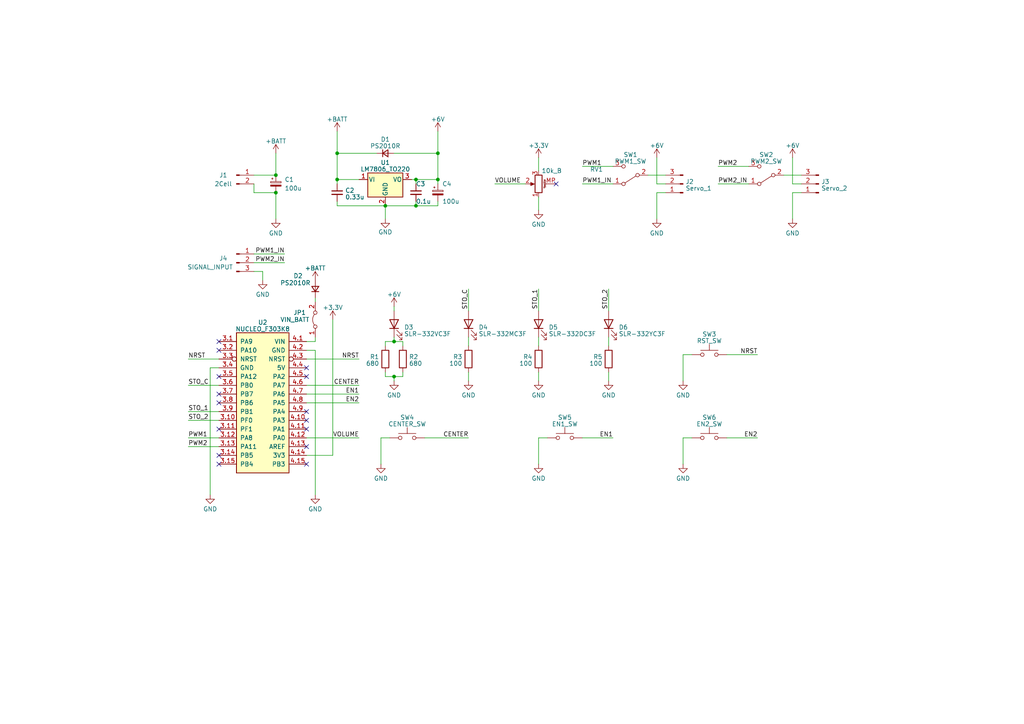
<source format=kicad_sch>
(kicad_sch (version 20230121) (generator eeschema)
  (paper "A4")
  (title_block (title "Servo Driver") (date "2023-06-17") (rev "1.0") (company "NIT,Okinawa College") (comment 1 "Produced by Shogo Miyazato"))
  (lib_symbols
    (symbol "Connector:Conn_01x02_Pin" (pin_names (offset 1.016) hide)
      (property "Reference" "J" (at 0 2.54 0))
      (property "Value" "Conn_01x02_Pin" (at 0 -5.08 0))
      (symbol "Conn_01x02_Pin_1_1"
        (polyline (pts (xy 1.27 -2.54) (xy 0.8636 -2.54)) (stroke (width 0.1524)))
        (polyline (pts (xy 1.27 0) (xy 0.8636 0)) (stroke (width 0.1524)))
        (rectangle (start 0.8636 -2.413) (end 0 -2.667) (stroke (width 0.1524)) (fill (type outline)))
        (rectangle (start 0.8636 0.127) (end 0 -0.127) (stroke (width 0.1524)) (fill (type outline)))
        (pin passive line (at 5.08 0 180) (length 3.81) (name "Pin_1") (number "1"))
        (pin passive line (at 5.08 -2.54 180) (length 3.81) (name "Pin_2") (number "2"))
      )
    )
    (symbol "Connector:Conn_01x03_Pin" (pin_names (offset 1.016) hide)
      (property "Reference" "J" (at 0 5.08 0))
      (property "Value" "Conn_01x03_Pin" (at 0 -5.08 0))
      (symbol "Conn_01x03_Pin_1_1"
        (polyline (pts (xy 1.27 -2.54) (xy 0.8636 -2.54)) (stroke (width 0.1524)))
        (polyline (pts (xy 1.27 0) (xy 0.8636 0)) (stroke (width 0.1524)))
        (polyline (pts (xy 1.27 2.54) (xy 0.8636 2.54)) (stroke (width 0.1524)))
        (rectangle (start 0.8636 -2.413) (end 0 -2.667) (stroke (width 0.1524)) (fill (type outline)))
        (rectangle (start 0.8636 0.127) (end 0 -0.127) (stroke (width 0.1524)) (fill (type outline)))
        (rectangle (start 0.8636 2.667) (end 0 2.413) (stroke (width 0.1524)) (fill (type outline)))
        (pin passive line (at 5.08 2.54 180) (length 3.81) (name "Pin_1") (number "1"))
        (pin passive line (at 5.08 0 180) (length 3.81) (name "Pin_2") (number "2"))
        (pin passive line (at 5.08 -2.54 180) (length 3.81) (name "Pin_3") (number "3"))
      )
    )
    (symbol "Device:C_Polarized_Small" (pin_numbers hide) (pin_names (offset 0.254) hide)
      (property "Reference" "C" (at 0.254 1.778 0))
      (property "Value" "C_Polarized_Small" (at 0.254 -2.032 0))
      (symbol "C_Polarized_Small_0_1"
        (rectangle (start -1.524 -0.3048) (end 1.524 -0.6858) (fill (type outline)))
        (rectangle (start -1.524 0.6858) (end 1.524 0.3048))
        (polyline (pts (xy -1.27 1.524) (xy -0.762 1.524)))
        (polyline (pts (xy -1.016 1.27) (xy -1.016 1.778)))
      )
      (symbol "C_Polarized_Small_1_1"
        (pin passive line (at 0 2.54 270) (length 1.8542) (name "~") (number "1"))
        (pin passive line (at 0 -2.54 90) (length 1.8542) (name "~") (number "2"))
      )
    )
    (symbol "Device:C_Small" (pin_numbers hide) (pin_names (offset 0.254) hide)
      (property "Reference" "C" (at 0.254 1.778 0))
      (property "Value" "C_Small" (at 0.254 -2.032 0))
      (symbol "C_Small_0_1"
        (polyline (pts (xy -1.524 -0.508) (xy 1.524 -0.508)) (stroke (width 0.3302)))
        (polyline (pts (xy -1.524 0.508) (xy 1.524 0.508)) (stroke (width 0.3048)))
      )
      (symbol "C_Small_1_1"
        (pin passive line (at 0 2.54 270) (length 2.032) (name "~") (number "1"))
        (pin passive line (at 0 -2.54 90) (length 2.032) (name "~") (number "2"))
      )
    )
    (symbol "Device:D_Small" (pin_numbers hide) (pin_names (offset 0.254) hide)
      (property "Reference" "D" (at -1.27 2.032 0))
      (property "Value" "D_Small" (at -3.81 -2.032 0))
      (symbol "D_Small_0_1"
        (polyline (pts (xy -0.762 -1.016) (xy -0.762 1.016)) (stroke (width 0.254)))
        (polyline (pts (xy -0.762 0) (xy 0.762 0)))
        (polyline (pts (xy 0.762 -1.016) (xy -0.762 0) (xy 0.762 1.016) (xy 0.762 -1.016)) (stroke (width 0.254)))
      )
      (symbol "D_Small_1_1"
        (pin passive line (at -2.54 0 0) (length 1.778) (name "K") (number "1"))
        (pin passive line (at 2.54 0 180) (length 1.778) (name "A") (number "2"))
      )
    )
    (symbol "Device:LED" (pin_numbers hide) (pin_names (offset 1.016) hide)
      (property "Reference" "D" (at 0 2.54 0))
      (property "Value" "LED" (at 0 -2.54 0))
      (symbol "LED_0_1"
        (polyline (pts (xy -1.27 -1.27) (xy -1.27 1.27)) (stroke (width 0.254)))
        (polyline (pts (xy -1.27 0) (xy 1.27 0)))
        (polyline (pts (xy 1.27 -1.27) (xy 1.27 1.27) (xy -1.27 0) (xy 1.27 -1.27)) (stroke (width 0.254)))
        (polyline (pts (xy -3.048 -0.762) (xy -4.572 -2.286) (xy -3.81 -2.286) (xy -4.572 -2.286) (xy -4.572 -1.524)))
        (polyline (pts (xy -1.778 -0.762) (xy -3.302 -2.286) (xy -2.54 -2.286) (xy -3.302 -2.286) (xy -3.302 -1.524)))
      )
      (symbol "LED_1_1"
        (pin passive line (at -3.81 0 0) (length 2.54) (name "K") (number "1"))
        (pin passive line (at 3.81 0 180) (length 2.54) (name "A") (number "2"))
      )
    )
    (symbol "Device:R" (pin_numbers hide) (pin_names (offset 0))
      (property "Reference" "R" (at 2.032 0 90))
      (property "Value" "R" (at 0 0 90))
      (symbol "R_0_1"
        (rectangle (start -1.016 -2.54) (end 1.016 2.54) (stroke (width 0.254)))
      )
      (symbol "R_1_1"
        (pin passive line (at 0 3.81 270) (length 1.27) (name "~") (number "1"))
        (pin passive line (at 0 -3.81 90) (length 1.27) (name "~") (number "2"))
      )
    )
    (symbol "Device:R_Potentiometer_MountingPin" (pin_names (offset 1.016) hide)
      (property "Reference" "RV" (at -8.255 0 90))
      (property "Value" "R_Potentiometer_MountingPin" (at -6.35 0 90))
      (symbol "R_Potentiometer_MountingPin_0_1"
        (polyline (pts (xy 2.54 0) (xy 1.524 0)))
        (polyline (pts (xy 1.143 0) (xy 2.286 0.508) (xy 2.286 -0.508)) (fill (type outline)))
        (rectangle (start 1.016 2.54) (end -1.016 -2.54) (stroke (width 0.254)))
      )
      (symbol "R_Potentiometer_MountingPin_1_1"
        (polyline (pts (xy -2.032 1.016) (xy -2.032 -1.016)) (stroke (width 0.1524)))
        (text "Mounting" (at -1.651 0 900) (effects (font (size 0.381 0.381))))
        (pin passive line (at 0 3.81 270) (length 1.27) (name "1") (number "1"))
        (pin passive line (at 3.81 0 180) (length 1.27) (name "2") (number "2"))
        (pin passive line (at 0 -3.81 90) (length 1.27) (name "3") (number "3"))
        (pin passive line (at -5.08 0 0) (length 3.048) (name "MountPin") (number "MP"))
      )
    )
    (symbol "Jumper:Jumper_2_Bridged" (pin_names (offset 0) hide)
      (property "Reference" "JP" (at 0 1.905 0))
      (property "Value" "Jumper_2_Bridged" (at 0 -2.54 0))
      (symbol "Jumper_2_Bridged_0_0"
        (circle (center -2.032 0) (radius 0.508))
        (circle (center 2.032 0) (radius 0.508))
      )
      (symbol "Jumper_2_Bridged_0_1"
        (arc (start 1.524 0.254) (mid 0 0.762) (end -1.524 0.254))
      )
      (symbol "Jumper_2_Bridged_1_1"
        (pin passive line (at -5.08 0 0) (length 2.54) (name "A") (number "1"))
        (pin passive line (at 5.08 0 180) (length 2.54) (name "B") (number "2"))
      )
    )
    (symbol "NUCLEO:NUCLEO_F303K8" (pin_names (offset 1.016))
      (property "Reference" "U" (at 0 21.59 0))
      (property "Value" "NUCLEO_F303K8" (at 0 -21.59 0))
      (symbol "NUCLEO_F303K8_1_1"
        (rectangle (start -7.62 20.32) (end 7.62 -20.32) (stroke (width 0.254)) (fill (type background)))
        (pin bidirectional line (at -12.7 17.78 0) (length 5.08) (name "PA9") (number "3.1"))
        (pin bidirectional line (at -12.7 -5.08 0) (length 5.08) (name "PF0") (number "3.10"))
        (pin bidirectional line (at -12.7 -7.62 0) (length 5.08) (name "PF1") (number "3.11"))
        (pin bidirectional line (at -12.7 -10.16 0) (length 5.08) (name "PA8") (number "3.12"))
        (pin bidirectional line (at -12.7 -12.7 0) (length 5.08) (name "PA11~{}") (number "3.13"))
        (pin bidirectional line (at -12.7 -15.24 0) (length 5.08) (name "PB5") (number "3.14"))
        (pin bidirectional line (at -12.7 -17.78 0) (length 5.08) (name "PB4") (number "3.15"))
        (pin bidirectional line (at -12.7 15.24 0) (length 5.08) (name "PA10") (number "3.2"))
        (pin input inverted (at -12.7 12.7 0) (length 5.08) (name "NRST") (number "3.3"))
        (pin power_in line (at -12.7 10.16 0) (length 5.08) (name "GND") (number "3.4"))
        (pin bidirectional line (at -12.7 7.62 0) (length 5.08) (name "PA12") (number "3.5"))
        (pin bidirectional line (at -12.7 5.08 0) (length 5.08) (name "PB0") (number "3.6"))
        (pin bidirectional line (at -12.7 2.54 0) (length 5.08) (name "PB7") (number "3.7"))
        (pin bidirectional line (at -12.7 0 0) (length 5.08) (name "PB6") (number "3.8"))
        (pin bidirectional line (at -12.7 -2.54 0) (length 5.08) (name "PB1") (number "3.9"))
        (pin power_in line (at 12.7 17.78 180) (length 5.08) (name "VIN") (number "4.1"))
        (pin bidirectional line (at 12.7 -5.08 180) (length 5.08) (name "PA3") (number "4.10"))
        (pin bidirectional line (at 12.7 -7.62 180) (length 5.08) (name "PA1") (number "4.11"))
        (pin bidirectional line (at 12.7 -10.16 180) (length 5.08) (name "PA0") (number "4.12"))
        (pin input line (at 12.7 -12.7 180) (length 5.08) (name "AREF") (number "4.13"))
        (pin power_out line (at 12.7 -15.24 180) (length 5.08) (name "3V3") (number "4.14"))
        (pin bidirectional line (at 12.7 -17.78 180) (length 5.08) (name "PB3") (number "4.15"))
        (pin power_in line (at 12.7 15.24 180) (length 5.08) (name "GND") (number "4.2"))
        (pin input inverted (at 12.7 12.7 180) (length 5.08) (name "NRST") (number "4.3"))
        (pin power_out line (at 12.7 10.16 180) (length 5.08) (name "5V") (number "4.4"))
        (pin bidirectional line (at 12.7 7.62 180) (length 5.08) (name "PA2") (number "4.5"))
        (pin bidirectional line (at 12.7 5.08 180) (length 5.08) (name "PA7") (number "4.6"))
        (pin bidirectional line (at 12.7 2.54 180) (length 5.08) (name "PA6") (number "4.7"))
        (pin bidirectional line (at 12.7 0 180) (length 5.08) (name "PA5") (number "4.8"))
        (pin bidirectional line (at 12.7 -2.54 180) (length 5.08) (name "PA4") (number "4.9"))
      )
    )
    (symbol "Regulator_Linear:LM7806_TO220" (pin_names (offset 0.254))
      (property "Reference" "U" (at -3.81 3.175 0))
      (property "Value" "LM7806_TO220" (at 0 3.175 0))
      (symbol "LM7806_TO220_0_1"
        (rectangle (start -5.08 1.905) (end 5.08 -5.08) (stroke (width 0.254)) (fill (type background)))
      )
      (symbol "LM7806_TO220_1_1"
        (pin power_in line (at -7.62 0 0) (length 2.54) (name "VI") (number "1"))
        (pin power_in line (at 0 -7.62 90) (length 2.54) (name "GND") (number "2"))
        (pin power_out line (at 7.62 0 180) (length 2.54) (name "VO") (number "3"))
      )
    )
    (symbol "Switch:SW_Push" (pin_numbers hide) (pin_names (offset 1.016) hide)
      (property "Reference" "SW" (at 1.27 2.54 0))
      (property "Value" "SW_Push" (at 0 -1.524 0))
      (symbol "SW_Push_0_1"
        (circle (center -2.032 0) (radius 0.508))
        (polyline (pts (xy 0 1.27) (xy 0 3.048)))
        (polyline (pts (xy 2.54 1.27) (xy -2.54 1.27)))
        (circle (center 2.032 0) (radius 0.508))
        (pin passive line (at -5.08 0 0) (length 2.54) (name "1") (number "1"))
        (pin passive line (at 5.08 0 180) (length 2.54) (name "2") (number "2"))
      )
    )
    (symbol "Switch:SW_SPDT" (pin_names (offset 0) hide)
      (property "Reference" "SW" (at 0 4.318 0))
      (property "Value" "SW_SPDT" (at 0 -5.08 0))
      (symbol "SW_SPDT_0_0"
        (circle (center -2.032 0) (radius 0.508))
        (circle (center 2.032 -2.54) (radius 0.508))
      )
      (symbol "SW_SPDT_0_1"
        (polyline (pts (xy -1.524 0.254) (xy 1.651 2.286)))
        (circle (center 2.032 2.54) (radius 0.508))
      )
      (symbol "SW_SPDT_1_1"
        (pin passive line (at 5.08 2.54 180) (length 2.54) (name "A") (number "1"))
        (pin passive line (at -5.08 0 0) (length 2.54) (name "B") (number "2"))
        (pin passive line (at 5.08 -2.54 180) (length 2.54) (name "C") (number "3"))
      )
    )
    (symbol "power:+3.3V" (power) (pin_names (offset 0))
      (property "Value" "+3.3V" (at 0 3.556 0))
      (symbol "+3.3V_0_1"
        (polyline (pts (xy -0.762 1.27) (xy 0 2.54)))
        (polyline (pts (xy 0 0) (xy 0 2.54)))
        (polyline (pts (xy 0 2.54) (xy 0.762 1.27)))
      )
      (symbol "+3.3V_1_1"
        (pin power_in line (at 0 0 90) (length 0) hide (name "+3.3V") (number "1"))
      )
    )
    (symbol "power:+6V" (power) (pin_names (offset 0))
      (property "Value" "+6V" (at 0 3.556 0))
      (symbol "+6V_0_1"
        (polyline (pts (xy -0.762 1.27) (xy 0 2.54)))
        (polyline (pts (xy 0 0) (xy 0 2.54)))
        (polyline (pts (xy 0 2.54) (xy 0.762 1.27)))
      )
      (symbol "+6V_1_1"
        (pin power_in line (at 0 0 90) (length 0) hide (name "+6V") (number "1"))
      )
    )
    (symbol "power:+BATT" (power) (pin_names (offset 0))
      (property "Value" "+BATT" (at 0 3.556 0))
      (symbol "+BATT_0_1"
        (polyline (pts (xy -0.762 1.27) (xy 0 2.54)))
        (polyline (pts (xy 0 0) (xy 0 2.54)))
        (polyline (pts (xy 0 2.54) (xy 0.762 1.27)))
      )
      (symbol "+BATT_1_1"
        (pin power_in line (at 0 0 90) (length 0) hide (name "+BATT") (number "1"))
      )
    )
    (symbol "power:GND" (power) (pin_names (offset 0))
      (property "Value" "GND" (at 0 -3.81 0))
      (symbol "GND_0_1"
        (polyline (pts (xy 0 0) (xy 0 -1.27) (xy 1.27 -1.27) (xy 0 -2.54) (xy -1.27 -1.27) (xy 0 -1.27)))
      )
      (symbol "GND_1_1"
        (pin power_in line (at 0 0 270) (length 0) hide (name "GND") (number "1"))
      )
    )
  )
  (junction (at 97.79 52.07))
  (junction (at 114.3 99.06))
  (junction (at 120.65 59.69))
  (junction (at 97.79 44.45))
  (junction (at 120.65 52.07))
  (junction (at 111.76 59.69))
  (junction (at 127 44.45))
  (junction (at 127 52.07))
  (junction (at 80.01 55.88))
  (junction (at 80.01 50.8))
  (junction (at 114.3 109.22))
  (no_connect (at 63.5 116.84))
  (no_connect (at 88.9 129.54))
  (no_connect (at 161.29 53.34))
  (no_connect (at 63.5 99.06))
  (no_connect (at 88.9 109.22))
  (no_connect (at 63.5 114.3))
  (no_connect (at 88.9 134.62))
  (no_connect (at 63.5 101.6))
  (no_connect (at 63.5 134.62))
  (no_connect (at 63.5 109.22))
  (no_connect (at 88.9 121.92))
  (no_connect (at 88.9 106.68))
  (no_connect (at 88.9 124.46))
  (no_connect (at 63.5 124.46))
  (no_connect (at 63.5 132.08))
  (no_connect (at 88.9 119.38))
  (wire (pts (xy 114.3 110.49) (xy 114.3 109.22)))
  (wire (pts (xy 91.44 86.36) (xy 91.44 87.63)))
  (wire (pts (xy 176.53 107.95) (xy 176.53 110.49)))
  (wire (pts (xy 73.66 50.8) (xy 80.01 50.8)))
  (wire (pts (xy 210.82 102.87) (xy 219.71 102.87)))
  (wire (pts (xy 110.49 127) (xy 110.49 134.62)))
  (wire (pts (xy 76.2 81.28) (xy 76.2 78.74)))
  (wire (pts (xy 168.91 48.26) (xy 177.8 48.26)))
  (wire (pts (xy 156.21 45.72) (xy 156.21 49.53)))
  (wire (pts (xy 76.2 78.74) (xy 73.66 78.74)))
  (wire (pts (xy 114.3 99.06) (xy 116.84 99.06)))
  (wire (pts (xy 120.65 52.07) (xy 127 52.07)))
  (wire (pts (xy 208.28 48.26) (xy 217.17 48.26)))
  (wire (pts (xy 91.44 99.06) (xy 88.9 99.06)))
  (wire (pts (xy 127 38.1) (xy 127 44.45)))
  (wire (pts (xy 208.28 53.34) (xy 217.17 53.34)))
  (wire (pts (xy 82.55 73.66) (xy 73.66 73.66)))
  (wire (pts (xy 97.79 44.45) (xy 97.79 52.07)))
  (wire (pts (xy 104.14 114.3) (xy 88.9 114.3)))
  (wire (pts (xy 198.12 127) (xy 200.66 127)))
  (wire (pts (xy 190.5 45.72) (xy 190.5 53.34)))
  (wire (pts (xy 114.3 109.22) (xy 116.84 109.22)))
  (wire (pts (xy 114.3 88.9) (xy 114.3 90.17)))
  (wire (pts (xy 104.14 127) (xy 88.9 127)))
  (wire (pts (xy 229.87 55.88) (xy 232.41 55.88)))
  (wire (pts (xy 198.12 102.87) (xy 200.66 102.87)))
  (wire (pts (xy 60.96 143.51) (xy 60.96 106.68)))
  (wire (pts (xy 198.12 102.87) (xy 198.12 110.49)))
  (wire (pts (xy 54.61 111.76) (xy 63.5 111.76)))
  (wire (pts (xy 114.3 44.45) (xy 127 44.45)))
  (wire (pts (xy 73.66 55.88) (xy 80.01 55.88)))
  (wire (pts (xy 229.87 63.5) (xy 229.87 55.88)))
  (wire (pts (xy 127 52.07) (xy 127 53.34)))
  (wire (pts (xy 190.5 53.34) (xy 193.04 53.34)))
  (wire (pts (xy 111.76 63.5) (xy 111.76 59.69)))
  (wire (pts (xy 135.89 97.79) (xy 135.89 100.33)))
  (wire (pts (xy 54.61 127) (xy 63.5 127)))
  (wire (pts (xy 97.79 38.1) (xy 97.79 44.45)))
  (wire (pts (xy 114.3 97.79) (xy 114.3 99.06)))
  (wire (pts (xy 156.21 127) (xy 158.75 127)))
  (wire (pts (xy 54.61 104.14) (xy 63.5 104.14)))
  (wire (pts (xy 135.89 83.82) (xy 135.89 90.17)))
  (wire (pts (xy 80.01 63.5) (xy 80.01 55.88)))
  (wire (pts (xy 73.66 53.34) (xy 73.66 55.88)))
  (wire (pts (xy 143.51 53.34) (xy 152.4 53.34)))
  (wire (pts (xy 176.53 83.82) (xy 176.53 90.17)))
  (wire (pts (xy 54.61 119.38) (xy 63.5 119.38)))
  (wire (pts (xy 80.01 44.45) (xy 80.01 50.8)))
  (wire (pts (xy 210.82 127) (xy 219.71 127)))
  (wire (pts (xy 190.5 55.88) (xy 193.04 55.88)))
  (wire (pts (xy 54.61 129.54) (xy 63.5 129.54)))
  (wire (pts (xy 91.44 101.6) (xy 88.9 101.6)))
  (wire (pts (xy 229.87 45.72) (xy 229.87 53.34)))
  (wire (pts (xy 96.52 92.71) (xy 96.52 132.08)))
  (wire (pts (xy 127 44.45) (xy 127 52.07)))
  (wire (pts (xy 111.76 109.22) (xy 111.76 107.95)))
  (wire (pts (xy 111.76 59.69) (xy 120.65 59.69)))
  (wire (pts (xy 82.55 76.2) (xy 73.66 76.2)))
  (wire (pts (xy 120.65 52.07) (xy 120.65 53.34)))
  (wire (pts (xy 111.76 109.22) (xy 114.3 109.22)))
  (wire (pts (xy 97.79 59.69) (xy 111.76 59.69)))
  (wire (pts (xy 104.14 116.84) (xy 88.9 116.84)))
  (wire (pts (xy 91.44 143.51) (xy 91.44 101.6)))
  (wire (pts (xy 168.91 53.34) (xy 177.8 53.34)))
  (wire (pts (xy 120.65 58.42) (xy 120.65 59.69)))
  (wire (pts (xy 127 58.42) (xy 127 59.69)))
  (wire (pts (xy 187.96 50.8) (xy 193.04 50.8)))
  (wire (pts (xy 198.12 127) (xy 198.12 134.62)))
  (wire (pts (xy 104.14 111.76) (xy 88.9 111.76)))
  (wire (pts (xy 168.91 127) (xy 177.8 127)))
  (wire (pts (xy 229.87 53.34) (xy 232.41 53.34)))
  (wire (pts (xy 54.61 121.92) (xy 63.5 121.92)))
  (wire (pts (xy 227.33 50.8) (xy 232.41 50.8)))
  (wire (pts (xy 97.79 52.07) (xy 104.14 52.07)))
  (wire (pts (xy 116.84 99.06) (xy 116.84 100.33)))
  (wire (pts (xy 111.76 99.06) (xy 114.3 99.06)))
  (wire (pts (xy 97.79 52.07) (xy 97.79 53.34)))
  (wire (pts (xy 176.53 97.79) (xy 176.53 100.33)))
  (wire (pts (xy 190.5 63.5) (xy 190.5 55.88)))
  (wire (pts (xy 156.21 60.96) (xy 156.21 57.15)))
  (wire (pts (xy 120.65 59.69) (xy 127 59.69)))
  (wire (pts (xy 104.14 104.14) (xy 88.9 104.14)))
  (wire (pts (xy 135.89 107.95) (xy 135.89 110.49)))
  (wire (pts (xy 156.21 107.95) (xy 156.21 110.49)))
  (wire (pts (xy 156.21 97.79) (xy 156.21 100.33)))
  (wire (pts (xy 60.96 106.68) (xy 63.5 106.68)))
  (wire (pts (xy 111.76 99.06) (xy 111.76 100.33)))
  (wire (pts (xy 97.79 58.42) (xy 97.79 59.69)))
  (wire (pts (xy 156.21 127) (xy 156.21 134.62)))
  (wire (pts (xy 97.79 44.45) (xy 109.22 44.45)))
  (wire (pts (xy 156.21 83.82) (xy 156.21 90.17)))
  (wire (pts (xy 123.19 127) (xy 135.89 127)))
  (wire (pts (xy 91.44 97.79) (xy 91.44 99.06)))
  (wire (pts (xy 116.84 109.22) (xy 116.84 107.95)))
  (wire (pts (xy 119.38 52.07) (xy 120.65 52.07)))
  (wire (pts (xy 96.52 132.08) (xy 88.9 132.08)))
  (wire (pts (xy 110.49 127) (xy 113.03 127)))
  (label "STO_1" (at 54.61 119.38 0))
  (label "EN2" (at 104.14 116.84 180))
  (label "PWM1_IN" (at 82.55 73.66 180))
  (label "CENTER" (at 135.89 127 180))
  (label "VOLUME" (at 143.51 53.34 0))
  (label "PWM2" (at 54.61 129.54 0))
  (label "CENTER" (at 104.14 111.76 180))
  (label "PWM1" (at 54.61 127 0))
  (label "NRST" (at 104.14 104.14 180))
  (label "EN1" (at 177.8 127 180))
  (label "STO_1" (at 156.21 83.82 270))
  (label "EN1" (at 104.14 114.3 180))
  (label "STO_C" (at 54.61 111.76 0))
  (label "NRST" (at 54.61 104.14 0))
  (label "VOLUME" (at 104.14 127 180))
  (label "EN2" (at 219.71 127 180))
  (label "PWM2_IN" (at 82.55 76.2 180))
  (label "NRST" (at 219.71 102.87 180))
  (label "PWM2" (at 208.28 48.26 0))
  (label "PWM1_IN" (at 168.91 53.34 0))
  (label "STO_C" (at 135.89 83.82 270))
  (label "PWM2_IN" (at 208.28 53.34 0))
  (label "PWM1" (at 168.91 48.26 0))
  (label "STO_2" (at 54.61 121.92 0))
  (label "STO_2" (at 176.53 83.82 270))
  (symbol (lib_id "Switch:SW_Push") (at 163.83 127 0) (unit 1)
    (property "Reference" "SW5" (at 163.83 121.0691 0))
    (property "Value" "EN1_SW" (at 163.83 122.9901 0))
    (property "Footprint" "Button_Switch_THT:SW_PUSH_6mm" (effects hide))
  )
  (symbol (lib_id "power:GND") (at 156.21 110.49 0) (unit 1)
    (property "Reference" "#PWR018" (effects hide))
    (property "Value" "GND" (at 156.21 114.6255 0))
  )
  (symbol (lib_id "power:GND") (at 135.89 110.49 0) (unit 1)
    (property "Reference" "#PWR017" (effects hide))
    (property "Value" "GND" (at 135.89 114.6255 0))
  )
  (symbol (lib_id "Connector:Conn_01x02_Pin") (at 68.58 50.8 0) (unit 1)
    (property "Reference" "J1" (at 64.77 50.8 0))
    (property "Value" "2Cell" (at 64.77 53.34 0))
    (property "Footprint" "Connector_T:Connector_T_Male" (effects hide))
  )
  (symbol (lib_id "power:+3.3V") (at 96.52 92.71 0) (unit 1)
    (property "Reference" "#PWR015" (effects hide))
    (property "Value" "+3.3V" (at 96.52 89.2081 0))
  )
  (symbol (lib_id "Device:R") (at 135.89 104.14 0) (mirror y) (unit 1)
    (property "Reference" "R3" (at 134.112 103.4963 0) (effects (justify left)))
    (property "Value" "100" (at 134.112 105.4173 0) (effects (justify left)))
    (property "Footprint" "Resistor_THT:R_Axial_DIN0207_L6.3mm_D2.5mm_P10.16mm_Horizontal" (effects hide))
  )
  (symbol (lib_id "Device:C_Small") (at 120.65 55.88 0) (unit 1)
    (property "Reference" "C3" (at 120.65 53.34 0) (effects (justify left)))
    (property "Value" "0.1u" (at 120.65 58.42 0) (effects (justify left)))
    (property "Footprint" "Capacitor_THT:C_Disc_D4.3mm_W1.9mm_P5.00mm" (effects hide))
  )
  (symbol (lib_id "Device:LED") (at 176.53 93.98 90) (unit 1)
    (property "Reference" "D6" (at 179.451 94.9238 90) (effects (justify right)))
    (property "Value" "SLR-332YC3F" (at 179.451 96.8448 90) (effects (justify right)))
    (property "Footprint" "LED_THT:LED_D3.0mm" (effects hide))
  )
  (symbol (lib_id "Device:R") (at 116.84 104.14 0) (unit 1)
    (property "Reference" "R2" (at 118.618 103.4963 0) (effects (justify left)))
    (property "Value" "680" (at 118.618 105.4173 0) (effects (justify left)))
    (property "Footprint" "Resistor_THT:R_Axial_DIN0207_L6.3mm_D2.5mm_P10.16mm_Horizontal" (effects hide))
  )
  (symbol (lib_id "Switch:SW_Push") (at 205.74 127 0) (unit 1)
    (property "Reference" "SW6" (at 205.74 121.0691 0))
    (property "Value" "EN2_SW" (at 205.74 122.9901 0))
    (property "Footprint" "Button_Switch_THT:SW_PUSH_6mm" (effects hide))
  )
  (symbol (lib_id "Device:LED") (at 114.3 93.98 90) (unit 1)
    (property "Reference" "D3" (at 117.221 94.9238 90) (effects (justify right)))
    (property "Value" "SLR-332VC3F" (at 117.221 96.8448 90) (effects (justify right)))
    (property "Footprint" "LED_THT:LED_D3.0mm" (effects hide))
  )
  (symbol (lib_id "Device:D_Small") (at 111.76 44.45 0) (unit 1)
    (property "Reference" "D1" (at 111.76 40.4241 0))
    (property "Value" "PS2010R" (at 111.76 42.3451 0))
    (property "Footprint" "Diode_THT:D_DO-15_P10.16mm_Horizontal" (effects hide))
    (property "Sim.Device" "D" (effects hide))
    (property "Sim.Pins" "1=K 2=A" (effects hide))
  )
  (symbol (lib_id "Regulator_Linear:LM7806_TO220") (at 111.76 52.07 0) (unit 1)
    (property "Reference" "U1" (at 111.76 47.1551 0))
    (property "Value" "LM7806_TO220" (at 111.76 49.0761 0))
    (property "Footprint" "Package_TO_SOT_THT:TO-220-3_Vertical" (effects hide))
    (property "Datasheet" "https://www.onsemi.cn/PowerSolutions/document/MC7800-D.PDF" (effects hide))
  )
  (symbol (lib_id "power:GND") (at 190.5 63.5 0) (unit 1)
    (property "Reference" "#PWR010" (effects hide))
    (property "Value" "GND" (at 190.5 67.6355 0))
  )
  (symbol (lib_id "power:+BATT") (at 91.44 81.28 0) (unit 1)
    (property "Reference" "#PWR013" (effects hide))
    (property "Value" "+BATT" (at 91.44 77.7781 0))
  )
  (symbol (lib_id "Device:C_Polarized_Small") (at 80.01 53.34 0) (unit 1)
    (property "Reference" "C1" (at 82.55 52.07 0) (effects (justify left)))
    (property "Value" "100u" (at 82.55 54.61 0) (effects (justify left)))
    (property "Footprint" "Capacitor_THT:CP_Radial_D8.0mm_P3.50mm" (effects hide))
  )
  (symbol (lib_id "power:GND") (at 229.87 63.5 0) (unit 1)
    (property "Reference" "#PWR011" (effects hide))
    (property "Value" "GND" (at 229.87 67.6355 0))
  )
  (symbol (lib_id "power:GND") (at 156.21 134.62 0) (unit 1)
    (property "Reference" "#PWR023" (effects hide))
    (property "Value" "GND" (at 156.21 138.7555 0))
  )
  (symbol (lib_id "power:GND") (at 80.01 63.5 0) (unit 1)
    (property "Reference" "#PWR08" (effects hide))
    (property "Value" "GND" (at 80.01 67.6355 0))
  )
  (symbol (lib_id "Device:LED") (at 135.89 93.98 90) (unit 1)
    (property "Reference" "D4" (at 138.811 94.9238 90) (effects (justify right)))
    (property "Value" "SLR-332MC3F" (at 138.811 96.8448 90) (effects (justify right)))
    (property "Footprint" "LED_THT:LED_D3.0mm" (effects hide))
  )
  (symbol (lib_id "power:+BATT") (at 80.01 44.45 0) (unit 1)
    (property "Reference" "#PWR03" (effects hide))
    (property "Value" "+BATT" (at 80.01 40.9481 0))
  )
  (symbol (lib_id "Device:C_Small") (at 97.79 55.88 0) (unit 1)
    (property "Reference" "C2" (at 100.1141 55.2426 0) (effects (justify left)))
    (property "Value" "0.33u" (at 100.1141 57.1636 0) (effects (justify left)))
    (property "Footprint" "Capacitor_THT:C_Disc_D3.4mm_W2.1mm_P2.50mm" (effects hide))
  )
  (symbol (lib_id "power:GND") (at 111.76 63.5 0) (unit 1)
    (property "Reference" "#PWR09" (effects hide))
    (property "Value" "GND" (at 111.76 67.31 0))
  )
  (symbol (lib_id "Device:D_Small") (at 91.44 83.82 90) (unit 1)
    (property "Reference" "D2" (at 85.09 80.01 90) (effects (justify right)))
    (property "Value" "PS2010R" (at 81.28 82.058 90) (effects (justify right)))
    (property "Footprint" "Diode_THT:D_DO-15_P10.16mm_Horizontal" (effects hide))
    (property "Sim.Device" "D" (effects hide))
    (property "Sim.Pins" "1=K 2=A" (effects hide))
  )
  (symbol (lib_id "Connector:Conn_01x03_Pin") (at 237.49 53.34 180) (unit 1)
    (property "Reference" "J3" (at 238.2012 52.6963 0) (effects (justify right)))
    (property "Value" "Servo_2" (at 238.2012 54.6173 0) (effects (justify right)))
    (property "Footprint" "Connector_PinHeader_2.54mm:PinHeader_1x03_P2.54mm_Vertical" (effects hide))
  )
  (symbol (lib_id "Device:R_Potentiometer_MountingPin") (at 156.21 53.34 180) (unit 1)
    (property "Reference" "RV1" (at 173.0247 49.1249 0))
    (property "Value" "10k_B" (at 160.02 49.53 0))
    (property "Footprint" "Potentiometer_THT:Potentiometer_Alps_RK09K_Single_Vertical" (effects hide))
  )
  (symbol (lib_id "power:GND") (at 76.2 81.28 0) (unit 1)
    (property "Reference" "#PWR012" (effects hide))
    (property "Value" "GND" (at 76.2 85.4155 0))
  )
  (symbol (lib_id "power:+6V") (at 190.5 45.72 0) (unit 1)
    (property "Reference" "#PWR05" (effects hide))
    (property "Value" "+6V" (at 190.5 42.2181 0))
  )
  (symbol (lib_id "Device:R") (at 111.76 104.14 0) (mirror y) (unit 1)
    (property "Reference" "R1" (at 109.982 103.4963 0) (effects (justify left)))
    (property "Value" "680" (at 109.982 105.4173 0) (effects (justify left)))
    (property "Footprint" "Resistor_THT:R_Axial_DIN0207_L6.3mm_D2.5mm_P10.16mm_Horizontal" (effects hide))
  )
  (symbol (lib_id "Jumper:Jumper_2_Bridged") (at 91.44 92.71 90) (unit 1)
    (property "Reference" "JP1" (at 85.09 90.662 90) (effects (justify right)))
    (property "Value" "VIN_BATT" (at 81.28 92.71 90) (effects (justify right)))
    (property "Footprint" "Connector_PinHeader_2.54mm:PinHeader_1x02_P2.54mm_Vertical" (effects hide))
  )
  (symbol (lib_id "Device:R") (at 176.53 104.14 0) (mirror y) (unit 1)
    (property "Reference" "R5" (at 174.752 103.4963 0) (effects (justify left)))
    (property "Value" "100" (at 174.752 105.4173 0) (effects (justify left)))
    (property "Footprint" "Resistor_THT:R_Axial_DIN0207_L6.3mm_D2.5mm_P10.16mm_Horizontal" (effects hide))
  )
  (symbol (lib_id "power:GND") (at 176.53 110.49 0) (unit 1)
    (property "Reference" "#PWR019" (effects hide))
    (property "Value" "GND" (at 176.53 114.6255 0))
  )
  (symbol (lib_id "power:GND") (at 110.49 134.62 0) (unit 1)
    (property "Reference" "#PWR021" (effects hide))
    (property "Value" "GND" (at 110.49 138.7555 0))
  )
  (symbol (lib_id "power:GND") (at 156.21 60.96 0) (unit 1)
    (property "Reference" "#PWR07" (effects hide))
    (property "Value" "GND" (at 156.21 65.0955 0))
  )
  (symbol (lib_id "Switch:SW_Push") (at 118.11 127 0) (unit 1)
    (property "Reference" "SW4" (at 118.11 121.0691 0))
    (property "Value" "CENTER_SW" (at 118.11 122.9901 0))
    (property "Footprint" "Button_Switch_THT:SW_PUSH_6mm" (effects hide))
  )
  (symbol (lib_id "Device:R") (at 156.21 104.14 0) (mirror y) (unit 1)
    (property "Reference" "R4" (at 154.432 103.4963 0) (effects (justify left)))
    (property "Value" "100" (at 154.432 105.4173 0) (effects (justify left)))
    (property "Footprint" "Resistor_THT:R_Axial_DIN0207_L6.3mm_D2.5mm_P10.16mm_Horizontal" (effects hide))
  )
  (symbol (lib_id "Switch:SW_SPDT") (at 182.88 50.8 180) (unit 1)
    (property "Reference" "SW1" (at 182.88 44.8691 0))
    (property "Value" "PWM1_SW" (at 182.88 46.7901 0))
    (property "Footprint" "Switch:Slide_SS12D01Gx" (effects hide))
  )
  (symbol (lib_id "power:GND") (at 91.44 143.51 0) (unit 1)
    (property "Reference" "#PWR028" (effects hide))
    (property "Value" "GND" (at 91.44 147.6455 0))
  )
  (symbol (lib_id "power:GND") (at 198.12 110.49 0) (unit 1)
    (property "Reference" "#PWR020" (effects hide))
    (property "Value" "GND" (at 198.12 114.6255 0))
  )
  (symbol (lib_id "NUCLEO:NUCLEO_F303K8") (at 76.2 116.84 0) (unit 1)
    (property "Reference" "U2" (at 76.2 93.5101 0))
    (property "Value" "NUCLEO_F303K8" (at 76.2 95.4311 0))
    (property "Footprint" "NUCLEO:NUCLEO F303 K8" (effects hide))
  )
  (symbol (lib_id "Connector:Conn_01x03_Pin") (at 198.12 53.34 180) (unit 1)
    (property "Reference" "J2" (at 198.8312 52.6963 0) (effects (justify right)))
    (property "Value" "Servo_1" (at 198.8312 54.6173 0) (effects (justify right)))
    (property "Footprint" "Connector_PinHeader_2.54mm:PinHeader_1x03_P2.54mm_Vertical" (effects hide))
  )
  (symbol (lib_id "power:GND") (at 114.3 110.49 0) (unit 1)
    (property "Reference" "#PWR016" (effects hide))
    (property "Value" "GND" (at 114.3 114.6255 0))
  )
  (symbol (lib_id "Connector:Conn_01x03_Pin") (at 68.58 76.2 0) (unit 1)
    (property "Reference" "J4" (at 64.77 74.93 0))
    (property "Value" "SIGNAL_INPUT" (at 60.96 77.47 0))
    (property "Footprint" "Connector_PinHeader_2.54mm:PinHeader_1x03_P2.54mm_Vertical" (effects hide))
  )
  (symbol (lib_id "power:+6V") (at 229.87 45.72 0) (unit 1)
    (property "Reference" "#PWR06" (effects hide))
    (property "Value" "+6V" (at 229.87 42.2181 0))
  )
  (symbol (lib_id "Device:LED") (at 156.21 93.98 90) (unit 1)
    (property "Reference" "D5" (at 159.131 94.9238 90) (effects (justify right)))
    (property "Value" "SLR-332DC3F" (at 159.131 96.8448 90) (effects (justify right)))
    (property "Footprint" "LED_THT:LED_D3.0mm" (effects hide))
  )
  (symbol (lib_id "power:+BATT") (at 97.79 38.1 0) (unit 1)
    (property "Reference" "#PWR01" (effects hide))
    (property "Value" "+BATT" (at 97.79 34.5981 0))
  )
  (symbol (lib_id "Switch:SW_Push") (at 205.74 102.87 0) (unit 1)
    (property "Reference" "SW3" (at 205.74 96.9391 0))
    (property "Value" "RST_SW" (at 205.74 98.8601 0))
    (property "Footprint" "Button_Switch_THT:SW_PUSH_6mm" (effects hide))
  )
  (symbol (lib_id "Device:C_Polarized_Small") (at 127 55.88 0) (unit 1)
    (property "Reference" "C4" (at 128.27 53.34 0) (effects (justify left)))
    (property "Value" "100u" (at 128.27 58.42 0) (effects (justify left)))
    (property "Footprint" "Capacitor_THT:CP_Radial_D8.0mm_P3.50mm" (effects hide))
  )
  (symbol (lib_id "Switch:SW_SPDT") (at 222.25 50.8 180) (unit 1)
    (property "Reference" "SW2" (at 222.25 44.8691 0))
    (property "Value" "PWM2_SW" (at 222.25 46.7901 0))
    (property "Footprint" "Switch:Slide_SS12D01Gx" (effects hide))
  )
  (symbol (lib_id "power:+6V") (at 114.3 88.9 0) (unit 1)
    (property "Reference" "#PWR014" (effects hide))
    (property "Value" "+6V" (at 114.3 85.3981 0))
  )
  (symbol (lib_id "power:GND") (at 60.96 143.51 0) (unit 1)
    (property "Reference" "#PWR027" (effects hide))
    (property "Value" "GND" (at 60.96 147.6455 0))
  )
  (symbol (lib_id "power:GND") (at 198.12 134.62 0) (unit 1)
    (property "Reference" "#PWR025" (effects hide))
    (property "Value" "GND" (at 198.12 138.7555 0))
  )
  (symbol (lib_id "power:+3.3V") (at 156.21 45.72 0) (unit 1)
    (property "Reference" "#PWR04" (effects hide))
    (property "Value" "+3.3V" (at 156.21 42.2181 0))
  )
  (symbol (lib_id "power:+6V") (at 127 38.1 0) (unit 1)
    (property "Reference" "#PWR02" (effects hide))
    (property "Value" "+6V" (at 127 34.5981 0))
  )
)
</source>
